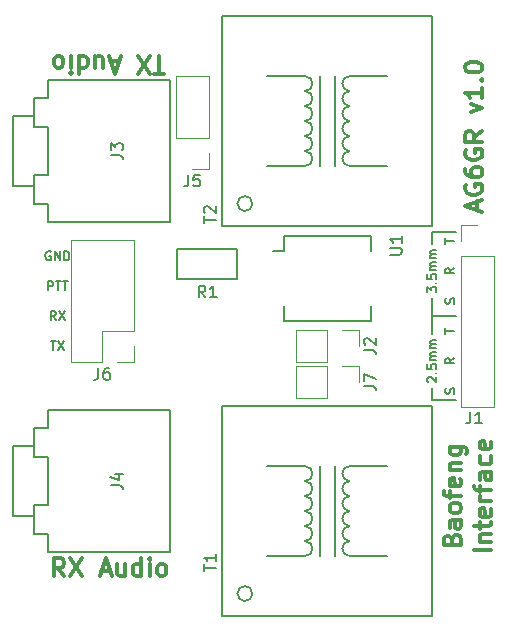
<source format=gto>
G04 #@! TF.FileFunction,Legend,Top*
%FSLAX46Y46*%
G04 Gerber Fmt 4.6, Leading zero omitted, Abs format (unit mm)*
G04 Created by KiCad (PCBNEW 4.0.6) date Sunday, July 16, 2017 'PMt' 05:41:14 PM*
%MOMM*%
%LPD*%
G01*
G04 APERTURE LIST*
%ADD10C,0.100000*%
%ADD11C,0.200000*%
%ADD12C,0.127000*%
%ADD13C,0.300000*%
%ADD14C,0.120000*%
%ADD15C,0.150000*%
G04 APERTURE END LIST*
D10*
D11*
X134620000Y-134112000D02*
X136652000Y-134112000D01*
X134620000Y-119888000D02*
X136652000Y-119888000D01*
X134620000Y-127000000D02*
X136652000Y-127000000D01*
X134620000Y-128524000D02*
X134620000Y-127000000D01*
D12*
X134275286Y-132587999D02*
X134239000Y-132551713D01*
X134202714Y-132479142D01*
X134202714Y-132297713D01*
X134239000Y-132225142D01*
X134275286Y-132188856D01*
X134347857Y-132152571D01*
X134420429Y-132152571D01*
X134529286Y-132188856D01*
X134964714Y-132624285D01*
X134964714Y-132152571D01*
X134892143Y-131825999D02*
X134928429Y-131789714D01*
X134964714Y-131825999D01*
X134928429Y-131862285D01*
X134892143Y-131825999D01*
X134964714Y-131825999D01*
X134202714Y-131100285D02*
X134202714Y-131463142D01*
X134565571Y-131499428D01*
X134529286Y-131463142D01*
X134493000Y-131390571D01*
X134493000Y-131209142D01*
X134529286Y-131136571D01*
X134565571Y-131100285D01*
X134638143Y-131064000D01*
X134819571Y-131064000D01*
X134892143Y-131100285D01*
X134928429Y-131136571D01*
X134964714Y-131209142D01*
X134964714Y-131390571D01*
X134928429Y-131463142D01*
X134892143Y-131499428D01*
X134964714Y-130737428D02*
X134456714Y-130737428D01*
X134529286Y-130737428D02*
X134493000Y-130701143D01*
X134456714Y-130628571D01*
X134456714Y-130519714D01*
X134493000Y-130447143D01*
X134565571Y-130410857D01*
X134964714Y-130410857D01*
X134565571Y-130410857D02*
X134493000Y-130374571D01*
X134456714Y-130302000D01*
X134456714Y-130193143D01*
X134493000Y-130120571D01*
X134565571Y-130084286D01*
X134964714Y-130084286D01*
X134964714Y-129721428D02*
X134456714Y-129721428D01*
X134529286Y-129721428D02*
X134493000Y-129685143D01*
X134456714Y-129612571D01*
X134456714Y-129503714D01*
X134493000Y-129431143D01*
X134565571Y-129394857D01*
X134964714Y-129394857D01*
X134565571Y-129394857D02*
X134493000Y-129358571D01*
X134456714Y-129286000D01*
X134456714Y-129177143D01*
X134493000Y-129104571D01*
X134565571Y-129068286D01*
X134964714Y-129068286D01*
D11*
X134620000Y-133096000D02*
X134620000Y-134112000D01*
X134620000Y-125476000D02*
X134620000Y-127000000D01*
X134620000Y-120904000D02*
X134620000Y-119888000D01*
D12*
X134202714Y-125004285D02*
X134202714Y-124532571D01*
X134493000Y-124786571D01*
X134493000Y-124677713D01*
X134529286Y-124605142D01*
X134565571Y-124568856D01*
X134638143Y-124532571D01*
X134819571Y-124532571D01*
X134892143Y-124568856D01*
X134928429Y-124605142D01*
X134964714Y-124677713D01*
X134964714Y-124895428D01*
X134928429Y-124967999D01*
X134892143Y-125004285D01*
X134892143Y-124205999D02*
X134928429Y-124169714D01*
X134964714Y-124205999D01*
X134928429Y-124242285D01*
X134892143Y-124205999D01*
X134964714Y-124205999D01*
X134202714Y-123480285D02*
X134202714Y-123843142D01*
X134565571Y-123879428D01*
X134529286Y-123843142D01*
X134493000Y-123770571D01*
X134493000Y-123589142D01*
X134529286Y-123516571D01*
X134565571Y-123480285D01*
X134638143Y-123444000D01*
X134819571Y-123444000D01*
X134892143Y-123480285D01*
X134928429Y-123516571D01*
X134964714Y-123589142D01*
X134964714Y-123770571D01*
X134928429Y-123843142D01*
X134892143Y-123879428D01*
X134964714Y-123117428D02*
X134456714Y-123117428D01*
X134529286Y-123117428D02*
X134493000Y-123081143D01*
X134456714Y-123008571D01*
X134456714Y-122899714D01*
X134493000Y-122827143D01*
X134565571Y-122790857D01*
X134964714Y-122790857D01*
X134565571Y-122790857D02*
X134493000Y-122754571D01*
X134456714Y-122682000D01*
X134456714Y-122573143D01*
X134493000Y-122500571D01*
X134565571Y-122464286D01*
X134964714Y-122464286D01*
X134964714Y-122101428D02*
X134456714Y-122101428D01*
X134529286Y-122101428D02*
X134493000Y-122065143D01*
X134456714Y-121992571D01*
X134456714Y-121883714D01*
X134493000Y-121811143D01*
X134565571Y-121774857D01*
X134964714Y-121774857D01*
X134565571Y-121774857D02*
X134493000Y-121738571D01*
X134456714Y-121666000D01*
X134456714Y-121557143D01*
X134493000Y-121484571D01*
X134565571Y-121448286D01*
X134964714Y-121448286D01*
X136452429Y-133567714D02*
X136488714Y-133458857D01*
X136488714Y-133277428D01*
X136452429Y-133204857D01*
X136416143Y-133168571D01*
X136343571Y-133132286D01*
X136271000Y-133132286D01*
X136198429Y-133168571D01*
X136162143Y-133204857D01*
X136125857Y-133277428D01*
X136089571Y-133422571D01*
X136053286Y-133495143D01*
X136017000Y-133531428D01*
X135944429Y-133567714D01*
X135871857Y-133567714D01*
X135799286Y-133531428D01*
X135763000Y-133495143D01*
X135726714Y-133422571D01*
X135726714Y-133241143D01*
X135763000Y-133132286D01*
X136488714Y-130574143D02*
X136125857Y-130828143D01*
X136488714Y-131009571D02*
X135726714Y-131009571D01*
X135726714Y-130719286D01*
X135763000Y-130646714D01*
X135799286Y-130610429D01*
X135871857Y-130574143D01*
X135980714Y-130574143D01*
X136053286Y-130610429D01*
X136089571Y-130646714D01*
X136125857Y-130719286D01*
X136125857Y-131009571D01*
X135726714Y-128487714D02*
X135726714Y-128052285D01*
X136488714Y-128269999D02*
X135726714Y-128269999D01*
X136452429Y-125947714D02*
X136488714Y-125838857D01*
X136488714Y-125657428D01*
X136452429Y-125584857D01*
X136416143Y-125548571D01*
X136343571Y-125512286D01*
X136271000Y-125512286D01*
X136198429Y-125548571D01*
X136162143Y-125584857D01*
X136125857Y-125657428D01*
X136089571Y-125802571D01*
X136053286Y-125875143D01*
X136017000Y-125911428D01*
X135944429Y-125947714D01*
X135871857Y-125947714D01*
X135799286Y-125911428D01*
X135763000Y-125875143D01*
X135726714Y-125802571D01*
X135726714Y-125621143D01*
X135763000Y-125512286D01*
X136488714Y-122954143D02*
X136125857Y-123208143D01*
X136488714Y-123389571D02*
X135726714Y-123389571D01*
X135726714Y-123099286D01*
X135763000Y-123026714D01*
X135799286Y-122990429D01*
X135871857Y-122954143D01*
X135980714Y-122954143D01*
X136053286Y-122990429D01*
X136089571Y-123026714D01*
X136125857Y-123099286D01*
X136125857Y-123389571D01*
X135726714Y-120867714D02*
X135726714Y-120432285D01*
X136488714Y-120649999D02*
X135726714Y-120649999D01*
X102289428Y-121539000D02*
X102216857Y-121502714D01*
X102108000Y-121502714D01*
X101999143Y-121539000D01*
X101926571Y-121611571D01*
X101890286Y-121684143D01*
X101854000Y-121829286D01*
X101854000Y-121938143D01*
X101890286Y-122083286D01*
X101926571Y-122155857D01*
X101999143Y-122228429D01*
X102108000Y-122264714D01*
X102180571Y-122264714D01*
X102289428Y-122228429D01*
X102325714Y-122192143D01*
X102325714Y-121938143D01*
X102180571Y-121938143D01*
X102652286Y-122264714D02*
X102652286Y-121502714D01*
X103087714Y-122264714D01*
X103087714Y-121502714D01*
X103450572Y-122264714D02*
X103450572Y-121502714D01*
X103632000Y-121502714D01*
X103740857Y-121539000D01*
X103813429Y-121611571D01*
X103849714Y-121684143D01*
X103886000Y-121829286D01*
X103886000Y-121938143D01*
X103849714Y-122083286D01*
X103813429Y-122155857D01*
X103740857Y-122228429D01*
X103632000Y-122264714D01*
X103450572Y-122264714D01*
X102089858Y-124804714D02*
X102089858Y-124042714D01*
X102380143Y-124042714D01*
X102452715Y-124079000D01*
X102489000Y-124115286D01*
X102525286Y-124187857D01*
X102525286Y-124296714D01*
X102489000Y-124369286D01*
X102452715Y-124405571D01*
X102380143Y-124441857D01*
X102089858Y-124441857D01*
X102743000Y-124042714D02*
X103178429Y-124042714D01*
X102960715Y-124804714D02*
X102960715Y-124042714D01*
X103323571Y-124042714D02*
X103759000Y-124042714D01*
X103541286Y-124804714D02*
X103541286Y-124042714D01*
X102743000Y-127344714D02*
X102489000Y-126981857D01*
X102307572Y-127344714D02*
X102307572Y-126582714D01*
X102597857Y-126582714D01*
X102670429Y-126619000D01*
X102706714Y-126655286D01*
X102743000Y-126727857D01*
X102743000Y-126836714D01*
X102706714Y-126909286D01*
X102670429Y-126945571D01*
X102597857Y-126981857D01*
X102307572Y-126981857D01*
X102997000Y-126582714D02*
X103505000Y-127344714D01*
X103505000Y-126582714D02*
X102997000Y-127344714D01*
X102289429Y-129122714D02*
X102724858Y-129122714D01*
X102507144Y-129884714D02*
X102507144Y-129122714D01*
X102906286Y-129122714D02*
X103414286Y-129884714D01*
X103414286Y-129122714D02*
X102906286Y-129884714D01*
D13*
X138426000Y-118009999D02*
X138426000Y-117295713D01*
X138854571Y-118152856D02*
X137354571Y-117652856D01*
X138854571Y-117152856D01*
X137426000Y-115867142D02*
X137354571Y-116009999D01*
X137354571Y-116224285D01*
X137426000Y-116438570D01*
X137568857Y-116581428D01*
X137711714Y-116652856D01*
X137997429Y-116724285D01*
X138211714Y-116724285D01*
X138497429Y-116652856D01*
X138640286Y-116581428D01*
X138783143Y-116438570D01*
X138854571Y-116224285D01*
X138854571Y-116081428D01*
X138783143Y-115867142D01*
X138711714Y-115795713D01*
X138211714Y-115795713D01*
X138211714Y-116081428D01*
X137354571Y-114509999D02*
X137354571Y-114795713D01*
X137426000Y-114938570D01*
X137497429Y-115009999D01*
X137711714Y-115152856D01*
X137997429Y-115224285D01*
X138568857Y-115224285D01*
X138711714Y-115152856D01*
X138783143Y-115081428D01*
X138854571Y-114938570D01*
X138854571Y-114652856D01*
X138783143Y-114509999D01*
X138711714Y-114438570D01*
X138568857Y-114367142D01*
X138211714Y-114367142D01*
X138068857Y-114438570D01*
X137997429Y-114509999D01*
X137926000Y-114652856D01*
X137926000Y-114938570D01*
X137997429Y-115081428D01*
X138068857Y-115152856D01*
X138211714Y-115224285D01*
X137426000Y-112938571D02*
X137354571Y-113081428D01*
X137354571Y-113295714D01*
X137426000Y-113509999D01*
X137568857Y-113652857D01*
X137711714Y-113724285D01*
X137997429Y-113795714D01*
X138211714Y-113795714D01*
X138497429Y-113724285D01*
X138640286Y-113652857D01*
X138783143Y-113509999D01*
X138854571Y-113295714D01*
X138854571Y-113152857D01*
X138783143Y-112938571D01*
X138711714Y-112867142D01*
X138211714Y-112867142D01*
X138211714Y-113152857D01*
X138854571Y-111367142D02*
X138140286Y-111867142D01*
X138854571Y-112224285D02*
X137354571Y-112224285D01*
X137354571Y-111652857D01*
X137426000Y-111509999D01*
X137497429Y-111438571D01*
X137640286Y-111367142D01*
X137854571Y-111367142D01*
X137997429Y-111438571D01*
X138068857Y-111509999D01*
X138140286Y-111652857D01*
X138140286Y-112224285D01*
X137854571Y-109724285D02*
X138854571Y-109367142D01*
X137854571Y-109010000D01*
X138854571Y-107652857D02*
X138854571Y-108510000D01*
X138854571Y-108081428D02*
X137354571Y-108081428D01*
X137568857Y-108224285D01*
X137711714Y-108367143D01*
X137783143Y-108510000D01*
X138711714Y-107010000D02*
X138783143Y-106938572D01*
X138854571Y-107010000D01*
X138783143Y-107081429D01*
X138711714Y-107010000D01*
X138854571Y-107010000D01*
X137354571Y-106010000D02*
X137354571Y-105867143D01*
X137426000Y-105724286D01*
X137497429Y-105652857D01*
X137640286Y-105581428D01*
X137926000Y-105510000D01*
X138283143Y-105510000D01*
X138568857Y-105581428D01*
X138711714Y-105652857D01*
X138783143Y-105724286D01*
X138854571Y-105867143D01*
X138854571Y-106010000D01*
X138783143Y-106152857D01*
X138711714Y-106224286D01*
X138568857Y-106295714D01*
X138283143Y-106367143D01*
X137926000Y-106367143D01*
X137640286Y-106295714D01*
X137497429Y-106224286D01*
X137426000Y-106152857D01*
X137354571Y-106010000D01*
X136285857Y-145918571D02*
X136357286Y-145704285D01*
X136428714Y-145632857D01*
X136571571Y-145561428D01*
X136785857Y-145561428D01*
X136928714Y-145632857D01*
X137000143Y-145704285D01*
X137071571Y-145847143D01*
X137071571Y-146418571D01*
X135571571Y-146418571D01*
X135571571Y-145918571D01*
X135643000Y-145775714D01*
X135714429Y-145704285D01*
X135857286Y-145632857D01*
X136000143Y-145632857D01*
X136143000Y-145704285D01*
X136214429Y-145775714D01*
X136285857Y-145918571D01*
X136285857Y-146418571D01*
X137071571Y-144275714D02*
X136285857Y-144275714D01*
X136143000Y-144347143D01*
X136071571Y-144490000D01*
X136071571Y-144775714D01*
X136143000Y-144918571D01*
X137000143Y-144275714D02*
X137071571Y-144418571D01*
X137071571Y-144775714D01*
X137000143Y-144918571D01*
X136857286Y-144990000D01*
X136714429Y-144990000D01*
X136571571Y-144918571D01*
X136500143Y-144775714D01*
X136500143Y-144418571D01*
X136428714Y-144275714D01*
X137071571Y-143347142D02*
X137000143Y-143490000D01*
X136928714Y-143561428D01*
X136785857Y-143632857D01*
X136357286Y-143632857D01*
X136214429Y-143561428D01*
X136143000Y-143490000D01*
X136071571Y-143347142D01*
X136071571Y-143132857D01*
X136143000Y-142990000D01*
X136214429Y-142918571D01*
X136357286Y-142847142D01*
X136785857Y-142847142D01*
X136928714Y-142918571D01*
X137000143Y-142990000D01*
X137071571Y-143132857D01*
X137071571Y-143347142D01*
X136071571Y-142418571D02*
X136071571Y-141847142D01*
X137071571Y-142204285D02*
X135785857Y-142204285D01*
X135643000Y-142132857D01*
X135571571Y-141989999D01*
X135571571Y-141847142D01*
X137000143Y-140775714D02*
X137071571Y-140918571D01*
X137071571Y-141204285D01*
X137000143Y-141347142D01*
X136857286Y-141418571D01*
X136285857Y-141418571D01*
X136143000Y-141347142D01*
X136071571Y-141204285D01*
X136071571Y-140918571D01*
X136143000Y-140775714D01*
X136285857Y-140704285D01*
X136428714Y-140704285D01*
X136571571Y-141418571D01*
X136071571Y-140061428D02*
X137071571Y-140061428D01*
X136214429Y-140061428D02*
X136143000Y-139990000D01*
X136071571Y-139847142D01*
X136071571Y-139632857D01*
X136143000Y-139490000D01*
X136285857Y-139418571D01*
X137071571Y-139418571D01*
X136071571Y-138061428D02*
X137285857Y-138061428D01*
X137428714Y-138132857D01*
X137500143Y-138204285D01*
X137571571Y-138347142D01*
X137571571Y-138561428D01*
X137500143Y-138704285D01*
X137000143Y-138061428D02*
X137071571Y-138204285D01*
X137071571Y-138489999D01*
X137000143Y-138632857D01*
X136928714Y-138704285D01*
X136785857Y-138775714D01*
X136357286Y-138775714D01*
X136214429Y-138704285D01*
X136143000Y-138632857D01*
X136071571Y-138489999D01*
X136071571Y-138204285D01*
X136143000Y-138061428D01*
X139621571Y-146847142D02*
X138121571Y-146847142D01*
X138621571Y-146132856D02*
X139621571Y-146132856D01*
X138764429Y-146132856D02*
X138693000Y-146061428D01*
X138621571Y-145918570D01*
X138621571Y-145704285D01*
X138693000Y-145561428D01*
X138835857Y-145489999D01*
X139621571Y-145489999D01*
X138621571Y-144989999D02*
X138621571Y-144418570D01*
X138121571Y-144775713D02*
X139407286Y-144775713D01*
X139550143Y-144704285D01*
X139621571Y-144561427D01*
X139621571Y-144418570D01*
X139550143Y-143347142D02*
X139621571Y-143489999D01*
X139621571Y-143775713D01*
X139550143Y-143918570D01*
X139407286Y-143989999D01*
X138835857Y-143989999D01*
X138693000Y-143918570D01*
X138621571Y-143775713D01*
X138621571Y-143489999D01*
X138693000Y-143347142D01*
X138835857Y-143275713D01*
X138978714Y-143275713D01*
X139121571Y-143989999D01*
X139621571Y-142632856D02*
X138621571Y-142632856D01*
X138907286Y-142632856D02*
X138764429Y-142561428D01*
X138693000Y-142489999D01*
X138621571Y-142347142D01*
X138621571Y-142204285D01*
X138621571Y-141918571D02*
X138621571Y-141347142D01*
X139621571Y-141704285D02*
X138335857Y-141704285D01*
X138193000Y-141632857D01*
X138121571Y-141489999D01*
X138121571Y-141347142D01*
X139621571Y-140204285D02*
X138835857Y-140204285D01*
X138693000Y-140275714D01*
X138621571Y-140418571D01*
X138621571Y-140704285D01*
X138693000Y-140847142D01*
X139550143Y-140204285D02*
X139621571Y-140347142D01*
X139621571Y-140704285D01*
X139550143Y-140847142D01*
X139407286Y-140918571D01*
X139264429Y-140918571D01*
X139121571Y-140847142D01*
X139050143Y-140704285D01*
X139050143Y-140347142D01*
X138978714Y-140204285D01*
X139550143Y-138847142D02*
X139621571Y-138989999D01*
X139621571Y-139275713D01*
X139550143Y-139418571D01*
X139478714Y-139489999D01*
X139335857Y-139561428D01*
X138907286Y-139561428D01*
X138764429Y-139489999D01*
X138693000Y-139418571D01*
X138621571Y-139275713D01*
X138621571Y-138989999D01*
X138693000Y-138847142D01*
X139550143Y-137632857D02*
X139621571Y-137775714D01*
X139621571Y-138061428D01*
X139550143Y-138204285D01*
X139407286Y-138275714D01*
X138835857Y-138275714D01*
X138693000Y-138204285D01*
X138621571Y-138061428D01*
X138621571Y-137775714D01*
X138693000Y-137632857D01*
X138835857Y-137561428D01*
X138978714Y-137561428D01*
X139121571Y-138275714D01*
X103457858Y-149014571D02*
X102957858Y-148300286D01*
X102600715Y-149014571D02*
X102600715Y-147514571D01*
X103172143Y-147514571D01*
X103315001Y-147586000D01*
X103386429Y-147657429D01*
X103457858Y-147800286D01*
X103457858Y-148014571D01*
X103386429Y-148157429D01*
X103315001Y-148228857D01*
X103172143Y-148300286D01*
X102600715Y-148300286D01*
X103957858Y-147514571D02*
X104957858Y-149014571D01*
X104957858Y-147514571D02*
X103957858Y-149014571D01*
X106600714Y-148586000D02*
X107315000Y-148586000D01*
X106457857Y-149014571D02*
X106957857Y-147514571D01*
X107457857Y-149014571D01*
X108600714Y-148014571D02*
X108600714Y-149014571D01*
X107957857Y-148014571D02*
X107957857Y-148800286D01*
X108029285Y-148943143D01*
X108172143Y-149014571D01*
X108386428Y-149014571D01*
X108529285Y-148943143D01*
X108600714Y-148871714D01*
X109957857Y-149014571D02*
X109957857Y-147514571D01*
X109957857Y-148943143D02*
X109815000Y-149014571D01*
X109529286Y-149014571D01*
X109386428Y-148943143D01*
X109315000Y-148871714D01*
X109243571Y-148728857D01*
X109243571Y-148300286D01*
X109315000Y-148157429D01*
X109386428Y-148086000D01*
X109529286Y-148014571D01*
X109815000Y-148014571D01*
X109957857Y-148086000D01*
X110672143Y-149014571D02*
X110672143Y-148014571D01*
X110672143Y-147514571D02*
X110600714Y-147586000D01*
X110672143Y-147657429D01*
X110743571Y-147586000D01*
X110672143Y-147514571D01*
X110672143Y-147657429D01*
X111600715Y-149014571D02*
X111457857Y-148943143D01*
X111386429Y-148871714D01*
X111315000Y-148728857D01*
X111315000Y-148300286D01*
X111386429Y-148157429D01*
X111457857Y-148086000D01*
X111600715Y-148014571D01*
X111815000Y-148014571D01*
X111957857Y-148086000D01*
X112029286Y-148157429D01*
X112100715Y-148300286D01*
X112100715Y-148728857D01*
X112029286Y-148871714D01*
X111957857Y-148943143D01*
X111815000Y-149014571D01*
X111600715Y-149014571D01*
X111938000Y-106485429D02*
X111080857Y-106485429D01*
X111509428Y-104985429D02*
X111509428Y-106485429D01*
X110723714Y-106485429D02*
X109723714Y-104985429D01*
X109723714Y-106485429D02*
X110723714Y-104985429D01*
X108080858Y-105414000D02*
X107366572Y-105414000D01*
X108223715Y-104985429D02*
X107723715Y-106485429D01*
X107223715Y-104985429D01*
X106080858Y-105985429D02*
X106080858Y-104985429D01*
X106723715Y-105985429D02*
X106723715Y-105199714D01*
X106652287Y-105056857D01*
X106509429Y-104985429D01*
X106295144Y-104985429D01*
X106152287Y-105056857D01*
X106080858Y-105128286D01*
X104723715Y-104985429D02*
X104723715Y-106485429D01*
X104723715Y-105056857D02*
X104866572Y-104985429D01*
X105152286Y-104985429D01*
X105295144Y-105056857D01*
X105366572Y-105128286D01*
X105438001Y-105271143D01*
X105438001Y-105699714D01*
X105366572Y-105842571D01*
X105295144Y-105914000D01*
X105152286Y-105985429D01*
X104866572Y-105985429D01*
X104723715Y-105914000D01*
X104009429Y-104985429D02*
X104009429Y-105985429D01*
X104009429Y-106485429D02*
X104080858Y-106414000D01*
X104009429Y-106342571D01*
X103938001Y-106414000D01*
X104009429Y-106485429D01*
X104009429Y-106342571D01*
X103080857Y-104985429D02*
X103223715Y-105056857D01*
X103295143Y-105128286D01*
X103366572Y-105271143D01*
X103366572Y-105699714D01*
X103295143Y-105842571D01*
X103223715Y-105914000D01*
X103080857Y-105985429D01*
X102866572Y-105985429D01*
X102723715Y-105914000D01*
X102652286Y-105842571D01*
X102580857Y-105699714D01*
X102580857Y-105271143D01*
X102652286Y-105128286D01*
X102723715Y-105056857D01*
X102866572Y-104985429D01*
X103080857Y-104985429D01*
D14*
X137040000Y-121920000D02*
X137040000Y-134740000D01*
X137040000Y-134740000D02*
X139820000Y-134740000D01*
X139820000Y-134740000D02*
X139820000Y-121920000D01*
X139820000Y-121920000D02*
X137040000Y-121920000D01*
X137040000Y-120650000D02*
X137040000Y-119260000D01*
X137040000Y-119260000D02*
X138430000Y-119260000D01*
X115690000Y-111887000D02*
X115690000Y-106687000D01*
X115690000Y-106687000D02*
X112910000Y-106687000D01*
X112910000Y-106687000D02*
X112910000Y-111887000D01*
X112910000Y-111887000D02*
X115690000Y-111887000D01*
X115690000Y-113157000D02*
X115690000Y-114547000D01*
X115690000Y-114547000D02*
X114300000Y-114547000D01*
D15*
X99110000Y-143970000D02*
X100910000Y-143970000D01*
X99110000Y-137970000D02*
X99110000Y-143970000D01*
X100910000Y-137970000D02*
X99110000Y-137970000D01*
X102110000Y-138970000D02*
X100910000Y-138970000D01*
X102110000Y-142970000D02*
X102110000Y-138970000D01*
X100910000Y-142970000D02*
X102110000Y-142970000D01*
X100910000Y-145470000D02*
X100910000Y-142970000D01*
X102110000Y-145470000D02*
X100910000Y-145470000D01*
X102110000Y-146970000D02*
X102110000Y-145470000D01*
X112410000Y-146970000D02*
X102110000Y-146970000D01*
X112410000Y-134970000D02*
X112410000Y-146970000D01*
X102110000Y-134970000D02*
X112410000Y-134970000D01*
X102110000Y-136470000D02*
X102110000Y-134970000D01*
X100910000Y-136470000D02*
X102110000Y-136470000D01*
X100910000Y-138970000D02*
X100910000Y-136470000D01*
X99110000Y-116030000D02*
X100910000Y-116030000D01*
X99110000Y-110030000D02*
X99110000Y-116030000D01*
X100910000Y-110030000D02*
X99110000Y-110030000D01*
X102110000Y-111030000D02*
X100910000Y-111030000D01*
X102110000Y-115030000D02*
X102110000Y-111030000D01*
X100910000Y-115030000D02*
X102110000Y-115030000D01*
X100910000Y-117530000D02*
X100910000Y-115030000D01*
X102110000Y-117530000D02*
X100910000Y-117530000D01*
X102110000Y-119030000D02*
X102110000Y-117530000D01*
X112410000Y-119030000D02*
X102110000Y-119030000D01*
X112410000Y-107030000D02*
X112410000Y-119030000D01*
X102110000Y-107030000D02*
X112410000Y-107030000D01*
X102110000Y-108530000D02*
X102110000Y-107030000D01*
X100910000Y-108530000D02*
X102110000Y-108530000D01*
X100910000Y-111030000D02*
X100910000Y-108530000D01*
D14*
X109340000Y-128270000D02*
X109340000Y-120530000D01*
X109340000Y-120530000D02*
X104020000Y-120530000D01*
X104020000Y-120530000D02*
X104020000Y-130930000D01*
X104020000Y-130930000D02*
X106680000Y-130930000D01*
X106680000Y-130930000D02*
X106680000Y-128270000D01*
X106680000Y-128270000D02*
X109340000Y-128270000D01*
X109340000Y-129540000D02*
X109340000Y-130930000D01*
X109340000Y-130930000D02*
X107950000Y-130930000D01*
D15*
X122055000Y-120260000D02*
X122055000Y-121530000D01*
X129405000Y-120260000D02*
X129405000Y-121530000D01*
X129405000Y-127390000D02*
X129405000Y-126120000D01*
X122055000Y-127390000D02*
X122055000Y-126120000D01*
X122055000Y-120260000D02*
X129405000Y-120260000D01*
X122055000Y-127390000D02*
X129405000Y-127390000D01*
X122055000Y-121530000D02*
X121120000Y-121530000D01*
D14*
X125730000Y-128150000D02*
X123070000Y-128150000D01*
X123070000Y-128150000D02*
X123070000Y-130930000D01*
X123070000Y-130930000D02*
X125730000Y-130930000D01*
X125730000Y-130930000D02*
X125730000Y-128150000D01*
X127000000Y-128150000D02*
X128390000Y-128150000D01*
X128390000Y-128150000D02*
X128390000Y-129540000D01*
X125730000Y-131198000D02*
X123070000Y-131198000D01*
X123070000Y-131198000D02*
X123070000Y-133978000D01*
X123070000Y-133978000D02*
X125730000Y-133978000D01*
X125730000Y-133978000D02*
X125730000Y-131198000D01*
X127000000Y-131198000D02*
X128390000Y-131198000D01*
X128390000Y-131198000D02*
X128390000Y-132588000D01*
D15*
X119380000Y-150495000D02*
G75*
G03X119380000Y-150495000I-635000J0D01*
G01*
X127635000Y-139700000D02*
X130810000Y-139700000D01*
X127635000Y-147320000D02*
X130810000Y-147320000D01*
X123825000Y-147320000D02*
X120650000Y-147320000D01*
X123825000Y-139700000D02*
X120650000Y-139700000D01*
X126365000Y-147320000D02*
X126365000Y-139700000D01*
X125095000Y-147320000D02*
X125095000Y-139700000D01*
X123825000Y-142240000D02*
G75*
G03X123825000Y-140970000I0J635000D01*
G01*
X123825000Y-147320000D02*
G75*
G03X123825000Y-146050000I0J635000D01*
G01*
X123825000Y-143510000D02*
G75*
G03X123825000Y-142240000I0J635000D01*
G01*
X123825000Y-146050000D02*
G75*
G03X123825000Y-144780000I0J635000D01*
G01*
X123825000Y-144780000D02*
G75*
G03X123825000Y-143510000I0J635000D01*
G01*
X134620000Y-134620000D02*
X116840000Y-134620000D01*
X134620000Y-152400000D02*
X134620000Y-134620000D01*
X116840000Y-152400000D02*
X134620000Y-152400000D01*
X116840000Y-134620000D02*
X116840000Y-152400000D01*
X127635000Y-143510000D02*
G75*
G03X127635000Y-144780000I0J-635000D01*
G01*
X127635000Y-142240000D02*
G75*
G03X127635000Y-143510000I0J-635000D01*
G01*
X127635000Y-144780000D02*
G75*
G03X127635000Y-146050000I0J-635000D01*
G01*
X127635000Y-140970000D02*
G75*
G03X127635000Y-142240000I0J-635000D01*
G01*
X127635000Y-146050000D02*
G75*
G03X127635000Y-147320000I0J-635000D01*
G01*
X127635000Y-139700000D02*
G75*
G03X127635000Y-140970000I0J-635000D01*
G01*
X123825000Y-140970000D02*
G75*
G03X123825000Y-139700000I0J635000D01*
G01*
X119380000Y-117475000D02*
G75*
G03X119380000Y-117475000I-635000J0D01*
G01*
X127635000Y-106680000D02*
X130810000Y-106680000D01*
X127635000Y-114300000D02*
X130810000Y-114300000D01*
X123825000Y-114300000D02*
X120650000Y-114300000D01*
X123825000Y-106680000D02*
X120650000Y-106680000D01*
X126365000Y-114300000D02*
X126365000Y-106680000D01*
X125095000Y-114300000D02*
X125095000Y-106680000D01*
X123825000Y-109220000D02*
G75*
G03X123825000Y-107950000I0J635000D01*
G01*
X123825000Y-114300000D02*
G75*
G03X123825000Y-113030000I0J635000D01*
G01*
X123825000Y-110490000D02*
G75*
G03X123825000Y-109220000I0J635000D01*
G01*
X123825000Y-113030000D02*
G75*
G03X123825000Y-111760000I0J635000D01*
G01*
X123825000Y-111760000D02*
G75*
G03X123825000Y-110490000I0J635000D01*
G01*
X134620000Y-101600000D02*
X116840000Y-101600000D01*
X134620000Y-119380000D02*
X134620000Y-101600000D01*
X116840000Y-119380000D02*
X134620000Y-119380000D01*
X116840000Y-101600000D02*
X116840000Y-119380000D01*
X127635000Y-110490000D02*
G75*
G03X127635000Y-111760000I0J-635000D01*
G01*
X127635000Y-109220000D02*
G75*
G03X127635000Y-110490000I0J-635000D01*
G01*
X127635000Y-111760000D02*
G75*
G03X127635000Y-113030000I0J-635000D01*
G01*
X127635000Y-107950000D02*
G75*
G03X127635000Y-109220000I0J-635000D01*
G01*
X127635000Y-113030000D02*
G75*
G03X127635000Y-114300000I0J-635000D01*
G01*
X127635000Y-106680000D02*
G75*
G03X127635000Y-107950000I0J-635000D01*
G01*
X123825000Y-107950000D02*
G75*
G03X123825000Y-106680000I0J635000D01*
G01*
X118110000Y-123825000D02*
X113030000Y-123825000D01*
X113030000Y-123825000D02*
X113030000Y-121285000D01*
X113030000Y-121285000D02*
X118110000Y-121285000D01*
X118110000Y-121285000D02*
X118110000Y-123825000D01*
X137842667Y-135088381D02*
X137842667Y-135802667D01*
X137795047Y-135945524D01*
X137699809Y-136040762D01*
X137556952Y-136088381D01*
X137461714Y-136088381D01*
X138842667Y-136088381D02*
X138271238Y-136088381D01*
X138556952Y-136088381D02*
X138556952Y-135088381D01*
X138461714Y-135231238D01*
X138366476Y-135326476D01*
X138271238Y-135374095D01*
X113966667Y-115022381D02*
X113966667Y-115736667D01*
X113919047Y-115879524D01*
X113823809Y-115974762D01*
X113680952Y-116022381D01*
X113585714Y-116022381D01*
X114919048Y-115022381D02*
X114442857Y-115022381D01*
X114395238Y-115498571D01*
X114442857Y-115450952D01*
X114538095Y-115403333D01*
X114776191Y-115403333D01*
X114871429Y-115450952D01*
X114919048Y-115498571D01*
X114966667Y-115593810D01*
X114966667Y-115831905D01*
X114919048Y-115927143D01*
X114871429Y-115974762D01*
X114776191Y-116022381D01*
X114538095Y-116022381D01*
X114442857Y-115974762D01*
X114395238Y-115927143D01*
X107402381Y-141303333D02*
X108116667Y-141303333D01*
X108259524Y-141350953D01*
X108354762Y-141446191D01*
X108402381Y-141589048D01*
X108402381Y-141684286D01*
X107735714Y-140398571D02*
X108402381Y-140398571D01*
X107354762Y-140636667D02*
X108069048Y-140874762D01*
X108069048Y-140255714D01*
X107402381Y-113363333D02*
X108116667Y-113363333D01*
X108259524Y-113410953D01*
X108354762Y-113506191D01*
X108402381Y-113649048D01*
X108402381Y-113744286D01*
X107402381Y-112982381D02*
X107402381Y-112363333D01*
X107783333Y-112696667D01*
X107783333Y-112553809D01*
X107830952Y-112458571D01*
X107878571Y-112410952D01*
X107973810Y-112363333D01*
X108211905Y-112363333D01*
X108307143Y-112410952D01*
X108354762Y-112458571D01*
X108402381Y-112553809D01*
X108402381Y-112839524D01*
X108354762Y-112934762D01*
X108307143Y-112982381D01*
X106346667Y-131382381D02*
X106346667Y-132096667D01*
X106299047Y-132239524D01*
X106203809Y-132334762D01*
X106060952Y-132382381D01*
X105965714Y-132382381D01*
X107251429Y-131382381D02*
X107060952Y-131382381D01*
X106965714Y-131430000D01*
X106918095Y-131477619D01*
X106822857Y-131620476D01*
X106775238Y-131810952D01*
X106775238Y-132191905D01*
X106822857Y-132287143D01*
X106870476Y-132334762D01*
X106965714Y-132382381D01*
X107156191Y-132382381D01*
X107251429Y-132334762D01*
X107299048Y-132287143D01*
X107346667Y-132191905D01*
X107346667Y-131953810D01*
X107299048Y-131858571D01*
X107251429Y-131810952D01*
X107156191Y-131763333D01*
X106965714Y-131763333D01*
X106870476Y-131810952D01*
X106822857Y-131858571D01*
X106775238Y-131953810D01*
X131024381Y-121792905D02*
X131833905Y-121792905D01*
X131929143Y-121745286D01*
X131976762Y-121697667D01*
X132024381Y-121602429D01*
X132024381Y-121411952D01*
X131976762Y-121316714D01*
X131929143Y-121269095D01*
X131833905Y-121221476D01*
X131024381Y-121221476D01*
X132024381Y-120221476D02*
X132024381Y-120792905D01*
X132024381Y-120507191D02*
X131024381Y-120507191D01*
X131167238Y-120602429D01*
X131262476Y-120697667D01*
X131310095Y-120792905D01*
X128842381Y-129873333D02*
X129556667Y-129873333D01*
X129699524Y-129920953D01*
X129794762Y-130016191D01*
X129842381Y-130159048D01*
X129842381Y-130254286D01*
X128937619Y-129444762D02*
X128890000Y-129397143D01*
X128842381Y-129301905D01*
X128842381Y-129063809D01*
X128890000Y-128968571D01*
X128937619Y-128920952D01*
X129032857Y-128873333D01*
X129128095Y-128873333D01*
X129270952Y-128920952D01*
X129842381Y-129492381D01*
X129842381Y-128873333D01*
X128842381Y-132921333D02*
X129556667Y-132921333D01*
X129699524Y-132968953D01*
X129794762Y-133064191D01*
X129842381Y-133207048D01*
X129842381Y-133302286D01*
X128842381Y-132540381D02*
X128842381Y-131873714D01*
X129842381Y-132302286D01*
X115276381Y-148589905D02*
X115276381Y-148018476D01*
X116276381Y-148304191D02*
X115276381Y-148304191D01*
X116276381Y-147161333D02*
X116276381Y-147732762D01*
X116276381Y-147447048D02*
X115276381Y-147447048D01*
X115419238Y-147542286D01*
X115514476Y-147637524D01*
X115562095Y-147732762D01*
X115276381Y-119125905D02*
X115276381Y-118554476D01*
X116276381Y-118840191D02*
X115276381Y-118840191D01*
X115371619Y-118268762D02*
X115324000Y-118221143D01*
X115276381Y-118125905D01*
X115276381Y-117887809D01*
X115324000Y-117792571D01*
X115371619Y-117744952D01*
X115466857Y-117697333D01*
X115562095Y-117697333D01*
X115704952Y-117744952D01*
X116276381Y-118316381D01*
X116276381Y-117697333D01*
X115403334Y-125420381D02*
X115070000Y-124944190D01*
X114831905Y-125420381D02*
X114831905Y-124420381D01*
X115212858Y-124420381D01*
X115308096Y-124468000D01*
X115355715Y-124515619D01*
X115403334Y-124610857D01*
X115403334Y-124753714D01*
X115355715Y-124848952D01*
X115308096Y-124896571D01*
X115212858Y-124944190D01*
X114831905Y-124944190D01*
X116355715Y-125420381D02*
X115784286Y-125420381D01*
X116070000Y-125420381D02*
X116070000Y-124420381D01*
X115974762Y-124563238D01*
X115879524Y-124658476D01*
X115784286Y-124706095D01*
M02*

</source>
